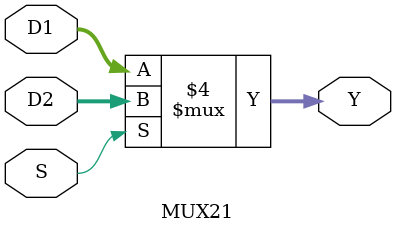
<source format=v>
module MUX21(D1, D2, S, Y);
    
    input         S;
    input  [31:0] D1, D2;
    
    output reg [31:0] Y;
   
    always @(D1, D2, S) 
    begin 
        if(S == 0)
            Y = D1; 
        else 
            Y = D2; 
    end
    
endmodule

</source>
